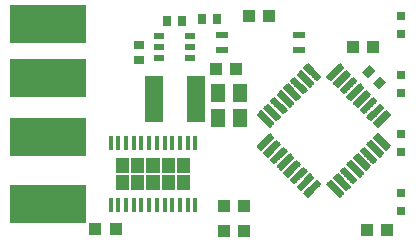
<source format=gbr>
G04 EAGLE Gerber RS-274X export*
G75*
%MOMM*%
%FSLAX34Y34*%
%LPD*%
%INSolderpaste Top*%
%IPPOS*%
%AMOC8*
5,1,8,0,0,1.08239X$1,22.5*%
G01*
%ADD10R,1.000000X0.500000*%
%ADD11C,0.137500*%
%ADD12R,1.498600X3.987800*%
%ADD13R,0.304800X1.254900*%
%ADD14R,0.896100X0.517200*%
%ADD15R,1.000000X1.100000*%
%ADD16R,0.800000X0.800000*%
%ADD17R,0.900000X0.700000*%
%ADD18R,0.700000X0.900000*%
%ADD19R,6.451600X3.251200*%
%ADD20R,1.100000X1.000000*%
%ADD21R,1.300000X1.500000*%

G36*
X171214Y64375D02*
X171214Y64375D01*
X171216Y64374D01*
X171259Y64394D01*
X171303Y64412D01*
X171303Y64414D01*
X171305Y64415D01*
X171338Y64500D01*
X171338Y76851D01*
X171337Y76853D01*
X171338Y76855D01*
X171318Y76898D01*
X171300Y76942D01*
X171298Y76942D01*
X171297Y76944D01*
X171212Y76977D01*
X160207Y76977D01*
X160205Y76976D01*
X160203Y76977D01*
X160160Y76957D01*
X160117Y76939D01*
X160116Y76937D01*
X160114Y76936D01*
X160081Y76851D01*
X160081Y64500D01*
X160082Y64498D01*
X160081Y64496D01*
X160101Y64453D01*
X160119Y64409D01*
X160121Y64409D01*
X160122Y64407D01*
X160207Y64374D01*
X171212Y64374D01*
X171214Y64375D01*
G37*
G36*
X145204Y64375D02*
X145204Y64375D01*
X145206Y64374D01*
X145249Y64394D01*
X145293Y64412D01*
X145294Y64414D01*
X145296Y64415D01*
X145329Y64500D01*
X145329Y76851D01*
X145328Y76853D01*
X145329Y76855D01*
X145309Y76898D01*
X145290Y76942D01*
X145288Y76942D01*
X145287Y76944D01*
X145202Y76977D01*
X134198Y76977D01*
X134196Y76976D01*
X134194Y76977D01*
X134151Y76957D01*
X134107Y76939D01*
X134106Y76937D01*
X134104Y76936D01*
X134071Y76851D01*
X134071Y64500D01*
X134072Y64498D01*
X134071Y64496D01*
X134091Y64453D01*
X134110Y64409D01*
X134112Y64409D01*
X134113Y64407D01*
X134198Y64374D01*
X145202Y64374D01*
X145204Y64375D01*
G37*
G36*
X119195Y64375D02*
X119195Y64375D01*
X119197Y64374D01*
X119240Y64394D01*
X119284Y64412D01*
X119284Y64414D01*
X119286Y64415D01*
X119319Y64500D01*
X119319Y76851D01*
X119318Y76853D01*
X119319Y76855D01*
X119299Y76898D01*
X119281Y76942D01*
X119279Y76942D01*
X119278Y76944D01*
X119193Y76977D01*
X108188Y76977D01*
X108186Y76976D01*
X108184Y76977D01*
X108141Y76957D01*
X108097Y76939D01*
X108097Y76937D01*
X108095Y76936D01*
X108062Y76851D01*
X108062Y64500D01*
X108063Y64498D01*
X108062Y64496D01*
X108082Y64453D01*
X108100Y64409D01*
X108102Y64409D01*
X108103Y64407D01*
X108188Y64374D01*
X119193Y64374D01*
X119195Y64375D01*
G37*
G36*
X171214Y50024D02*
X171214Y50024D01*
X171216Y50023D01*
X171259Y50043D01*
X171303Y50061D01*
X171303Y50063D01*
X171305Y50064D01*
X171338Y50149D01*
X171338Y62500D01*
X171337Y62502D01*
X171338Y62504D01*
X171318Y62547D01*
X171300Y62591D01*
X171298Y62591D01*
X171297Y62593D01*
X171212Y62626D01*
X160207Y62626D01*
X160205Y62625D01*
X160203Y62626D01*
X160160Y62606D01*
X160117Y62588D01*
X160116Y62586D01*
X160114Y62585D01*
X160081Y62500D01*
X160081Y50149D01*
X160082Y50147D01*
X160081Y50145D01*
X160101Y50102D01*
X160119Y50058D01*
X160121Y50058D01*
X160122Y50056D01*
X160207Y50023D01*
X171212Y50023D01*
X171214Y50024D01*
G37*
G36*
X145204Y50024D02*
X145204Y50024D01*
X145206Y50023D01*
X145249Y50043D01*
X145293Y50061D01*
X145294Y50063D01*
X145296Y50064D01*
X145329Y50149D01*
X145329Y62500D01*
X145328Y62502D01*
X145329Y62504D01*
X145309Y62547D01*
X145290Y62591D01*
X145288Y62591D01*
X145287Y62593D01*
X145202Y62626D01*
X134198Y62626D01*
X134196Y62625D01*
X134194Y62626D01*
X134151Y62606D01*
X134107Y62588D01*
X134106Y62586D01*
X134104Y62585D01*
X134071Y62500D01*
X134071Y50149D01*
X134072Y50147D01*
X134071Y50145D01*
X134091Y50102D01*
X134110Y50058D01*
X134112Y50058D01*
X134113Y50056D01*
X134198Y50023D01*
X145202Y50023D01*
X145204Y50024D01*
G37*
G36*
X119195Y50024D02*
X119195Y50024D01*
X119197Y50023D01*
X119240Y50043D01*
X119284Y50061D01*
X119284Y50063D01*
X119286Y50064D01*
X119319Y50149D01*
X119319Y62500D01*
X119318Y62502D01*
X119319Y62504D01*
X119299Y62547D01*
X119281Y62591D01*
X119279Y62591D01*
X119278Y62593D01*
X119193Y62626D01*
X108188Y62626D01*
X108186Y62625D01*
X108184Y62626D01*
X108141Y62606D01*
X108097Y62588D01*
X108097Y62586D01*
X108095Y62585D01*
X108062Y62500D01*
X108062Y50149D01*
X108063Y50147D01*
X108062Y50145D01*
X108082Y50102D01*
X108100Y50058D01*
X108102Y50058D01*
X108103Y50056D01*
X108188Y50023D01*
X119193Y50023D01*
X119195Y50024D01*
G37*
G36*
X158209Y64375D02*
X158209Y64375D01*
X158211Y64374D01*
X158254Y64394D01*
X158298Y64412D01*
X158299Y64414D01*
X158301Y64415D01*
X158333Y64500D01*
X158333Y76851D01*
X158333Y76853D01*
X158333Y76855D01*
X158314Y76898D01*
X158295Y76942D01*
X158293Y76942D01*
X158292Y76944D01*
X158207Y76977D01*
X147202Y76977D01*
X147200Y76976D01*
X147198Y76977D01*
X147155Y76957D01*
X147112Y76939D01*
X147111Y76937D01*
X147109Y76936D01*
X147076Y76851D01*
X147076Y64500D01*
X147077Y64498D01*
X147076Y64496D01*
X147096Y64453D01*
X147115Y64409D01*
X147117Y64409D01*
X147118Y64407D01*
X147202Y64374D01*
X158207Y64374D01*
X158209Y64375D01*
G37*
G36*
X132200Y64375D02*
X132200Y64375D01*
X132202Y64374D01*
X132245Y64394D01*
X132288Y64412D01*
X132289Y64414D01*
X132291Y64415D01*
X132324Y64500D01*
X132324Y76851D01*
X132323Y76853D01*
X132324Y76855D01*
X132304Y76898D01*
X132285Y76942D01*
X132283Y76942D01*
X132283Y76944D01*
X132198Y76977D01*
X121193Y76977D01*
X121191Y76976D01*
X121189Y76977D01*
X121146Y76957D01*
X121102Y76939D01*
X121101Y76937D01*
X121099Y76936D01*
X121067Y76851D01*
X121067Y64500D01*
X121067Y64498D01*
X121067Y64496D01*
X121087Y64453D01*
X121105Y64409D01*
X121107Y64409D01*
X121108Y64407D01*
X121193Y64374D01*
X132198Y64374D01*
X132200Y64375D01*
G37*
G36*
X158209Y50024D02*
X158209Y50024D01*
X158211Y50023D01*
X158254Y50043D01*
X158298Y50061D01*
X158299Y50063D01*
X158301Y50064D01*
X158333Y50149D01*
X158333Y62500D01*
X158333Y62502D01*
X158333Y62504D01*
X158314Y62547D01*
X158295Y62591D01*
X158293Y62591D01*
X158292Y62593D01*
X158207Y62626D01*
X147202Y62626D01*
X147200Y62625D01*
X147198Y62626D01*
X147155Y62606D01*
X147112Y62588D01*
X147111Y62586D01*
X147109Y62585D01*
X147076Y62500D01*
X147076Y50149D01*
X147077Y50147D01*
X147076Y50145D01*
X147096Y50102D01*
X147115Y50058D01*
X147117Y50058D01*
X147118Y50056D01*
X147202Y50023D01*
X158207Y50023D01*
X158209Y50024D01*
G37*
G36*
X132200Y50024D02*
X132200Y50024D01*
X132202Y50023D01*
X132245Y50043D01*
X132288Y50061D01*
X132289Y50063D01*
X132291Y50064D01*
X132324Y50149D01*
X132324Y62500D01*
X132323Y62502D01*
X132324Y62504D01*
X132304Y62547D01*
X132285Y62591D01*
X132283Y62591D01*
X132283Y62593D01*
X132198Y62626D01*
X121193Y62626D01*
X121191Y62625D01*
X121189Y62626D01*
X121146Y62606D01*
X121102Y62588D01*
X121101Y62586D01*
X121099Y62585D01*
X121067Y62500D01*
X121067Y50149D01*
X121067Y50147D01*
X121067Y50145D01*
X121087Y50102D01*
X121105Y50058D01*
X121107Y50058D01*
X121108Y50056D01*
X121193Y50023D01*
X132198Y50023D01*
X132200Y50024D01*
G37*
D10*
X263000Y168850D03*
X263000Y181550D03*
X198200Y181550D03*
X198200Y168850D03*
D11*
X241473Y94554D02*
X231132Y84213D01*
X228215Y87130D01*
X238556Y97471D01*
X241473Y94554D01*
X232438Y85519D02*
X229826Y85519D01*
X228520Y86825D02*
X233744Y86825D01*
X235050Y88131D02*
X229216Y88131D01*
X230522Y89437D02*
X236356Y89437D01*
X237662Y90743D02*
X231828Y90743D01*
X233134Y92049D02*
X238968Y92049D01*
X240274Y93355D02*
X234440Y93355D01*
X235746Y94661D02*
X241366Y94661D01*
X240060Y95967D02*
X237052Y95967D01*
X238358Y97273D02*
X238754Y97273D01*
X247130Y88897D02*
X236789Y78556D01*
X233872Y81473D01*
X244213Y91814D01*
X247130Y88897D01*
X238095Y79862D02*
X235483Y79862D01*
X234177Y81168D02*
X239401Y81168D01*
X240707Y82474D02*
X234873Y82474D01*
X236179Y83780D02*
X242013Y83780D01*
X243319Y85086D02*
X237485Y85086D01*
X238791Y86392D02*
X244625Y86392D01*
X245931Y87698D02*
X240097Y87698D01*
X241403Y89004D02*
X247023Y89004D01*
X245717Y90310D02*
X242709Y90310D01*
X244015Y91616D02*
X244411Y91616D01*
X252787Y83240D02*
X242446Y72899D01*
X239529Y75816D01*
X249870Y86157D01*
X252787Y83240D01*
X243752Y74205D02*
X241140Y74205D01*
X239834Y75511D02*
X245058Y75511D01*
X246364Y76817D02*
X240530Y76817D01*
X241836Y78123D02*
X247670Y78123D01*
X248976Y79429D02*
X243142Y79429D01*
X244448Y80735D02*
X250282Y80735D01*
X251588Y82041D02*
X245754Y82041D01*
X247060Y83347D02*
X252680Y83347D01*
X251374Y84653D02*
X248366Y84653D01*
X249672Y85959D02*
X250068Y85959D01*
X258444Y77583D02*
X248103Y67242D01*
X245186Y70159D01*
X255527Y80500D01*
X258444Y77583D01*
X249409Y68548D02*
X246797Y68548D01*
X245491Y69854D02*
X250715Y69854D01*
X252021Y71160D02*
X246187Y71160D01*
X247493Y72466D02*
X253327Y72466D01*
X254633Y73772D02*
X248799Y73772D01*
X250105Y75078D02*
X255939Y75078D01*
X257245Y76384D02*
X251411Y76384D01*
X252717Y77690D02*
X258337Y77690D01*
X257031Y78996D02*
X254023Y78996D01*
X255329Y80302D02*
X255725Y80302D01*
X264100Y71927D02*
X253759Y61586D01*
X250842Y64503D01*
X261183Y74844D01*
X264100Y71927D01*
X255065Y62892D02*
X252453Y62892D01*
X251147Y64198D02*
X256371Y64198D01*
X257677Y65504D02*
X251843Y65504D01*
X253149Y66810D02*
X258983Y66810D01*
X260289Y68116D02*
X254455Y68116D01*
X255761Y69422D02*
X261595Y69422D01*
X262901Y70728D02*
X257067Y70728D01*
X258373Y72034D02*
X263993Y72034D01*
X262687Y73340D02*
X259679Y73340D01*
X260985Y74646D02*
X261381Y74646D01*
X269757Y66270D02*
X259416Y55929D01*
X256499Y58846D01*
X266840Y69187D01*
X269757Y66270D01*
X260722Y57235D02*
X258110Y57235D01*
X256804Y58541D02*
X262028Y58541D01*
X263334Y59847D02*
X257500Y59847D01*
X258806Y61153D02*
X264640Y61153D01*
X265946Y62459D02*
X260112Y62459D01*
X261418Y63765D02*
X267252Y63765D01*
X268558Y65071D02*
X262724Y65071D01*
X264030Y66377D02*
X269650Y66377D01*
X268344Y67683D02*
X265336Y67683D01*
X266642Y68989D02*
X267038Y68989D01*
X275414Y60613D02*
X265073Y50272D01*
X262156Y53189D01*
X272497Y63530D01*
X275414Y60613D01*
X266379Y51578D02*
X263767Y51578D01*
X262461Y52884D02*
X267685Y52884D01*
X268991Y54190D02*
X263157Y54190D01*
X264463Y55496D02*
X270297Y55496D01*
X271603Y56802D02*
X265769Y56802D01*
X267075Y58108D02*
X272909Y58108D01*
X274215Y59414D02*
X268381Y59414D01*
X269687Y60720D02*
X275307Y60720D01*
X274001Y62026D02*
X270993Y62026D01*
X272299Y63332D02*
X272695Y63332D01*
X281071Y54956D02*
X270730Y44615D01*
X267813Y47532D01*
X278154Y57873D01*
X281071Y54956D01*
X272036Y45921D02*
X269424Y45921D01*
X268118Y47227D02*
X273342Y47227D01*
X274648Y48533D02*
X268814Y48533D01*
X270120Y49839D02*
X275954Y49839D01*
X277260Y51145D02*
X271426Y51145D01*
X272732Y52451D02*
X278566Y52451D01*
X279872Y53757D02*
X274038Y53757D01*
X275344Y55063D02*
X280964Y55063D01*
X279658Y56369D02*
X276650Y56369D01*
X277956Y57675D02*
X278352Y57675D01*
X329844Y103729D02*
X340185Y114070D01*
X329844Y103729D02*
X326927Y106646D01*
X337268Y116987D01*
X340185Y114070D01*
X331150Y105035D02*
X328538Y105035D01*
X327232Y106341D02*
X332456Y106341D01*
X333762Y107647D02*
X327928Y107647D01*
X329234Y108953D02*
X335068Y108953D01*
X336374Y110259D02*
X330540Y110259D01*
X331846Y111565D02*
X337680Y111565D01*
X338986Y112871D02*
X333152Y112871D01*
X334458Y114177D02*
X340078Y114177D01*
X338772Y115483D02*
X335764Y115483D01*
X337070Y116789D02*
X337466Y116789D01*
X334528Y119727D02*
X324187Y109386D01*
X321270Y112303D01*
X331611Y122644D01*
X334528Y119727D01*
X325493Y110692D02*
X322881Y110692D01*
X321575Y111998D02*
X326799Y111998D01*
X328105Y113304D02*
X322271Y113304D01*
X323577Y114610D02*
X329411Y114610D01*
X330717Y115916D02*
X324883Y115916D01*
X326189Y117222D02*
X332023Y117222D01*
X333329Y118528D02*
X327495Y118528D01*
X328801Y119834D02*
X334421Y119834D01*
X333115Y121140D02*
X330107Y121140D01*
X331413Y122446D02*
X331809Y122446D01*
X328871Y125384D02*
X318530Y115043D01*
X315613Y117960D01*
X325954Y128301D01*
X328871Y125384D01*
X319836Y116349D02*
X317224Y116349D01*
X315918Y117655D02*
X321142Y117655D01*
X322448Y118961D02*
X316614Y118961D01*
X317920Y120267D02*
X323754Y120267D01*
X325060Y121573D02*
X319226Y121573D01*
X320532Y122879D02*
X326366Y122879D01*
X327672Y124185D02*
X321838Y124185D01*
X323144Y125491D02*
X328764Y125491D01*
X327458Y126797D02*
X324450Y126797D01*
X325756Y128103D02*
X326152Y128103D01*
X323214Y131041D02*
X312873Y120700D01*
X309956Y123617D01*
X320297Y133958D01*
X323214Y131041D01*
X314179Y122006D02*
X311567Y122006D01*
X310261Y123312D02*
X315485Y123312D01*
X316791Y124618D02*
X310957Y124618D01*
X312263Y125924D02*
X318097Y125924D01*
X319403Y127230D02*
X313569Y127230D01*
X314875Y128536D02*
X320709Y128536D01*
X322015Y129842D02*
X316181Y129842D01*
X317487Y131148D02*
X323107Y131148D01*
X321801Y132454D02*
X318793Y132454D01*
X320099Y133760D02*
X320495Y133760D01*
X317558Y136697D02*
X307217Y126356D01*
X304300Y129273D01*
X314641Y139614D01*
X317558Y136697D01*
X308523Y127662D02*
X305911Y127662D01*
X304605Y128968D02*
X309829Y128968D01*
X311135Y130274D02*
X305301Y130274D01*
X306607Y131580D02*
X312441Y131580D01*
X313747Y132886D02*
X307913Y132886D01*
X309219Y134192D02*
X315053Y134192D01*
X316359Y135498D02*
X310525Y135498D01*
X311831Y136804D02*
X317451Y136804D01*
X316145Y138110D02*
X313137Y138110D01*
X314443Y139416D02*
X314839Y139416D01*
X311901Y142354D02*
X301560Y132013D01*
X298643Y134930D01*
X308984Y145271D01*
X311901Y142354D01*
X302866Y133319D02*
X300254Y133319D01*
X298948Y134625D02*
X304172Y134625D01*
X305478Y135931D02*
X299644Y135931D01*
X300950Y137237D02*
X306784Y137237D01*
X308090Y138543D02*
X302256Y138543D01*
X303562Y139849D02*
X309396Y139849D01*
X310702Y141155D02*
X304868Y141155D01*
X306174Y142461D02*
X311794Y142461D01*
X310488Y143767D02*
X307480Y143767D01*
X308786Y145073D02*
X309182Y145073D01*
X306244Y148011D02*
X295903Y137670D01*
X292986Y140587D01*
X303327Y150928D01*
X306244Y148011D01*
X297209Y138976D02*
X294597Y138976D01*
X293291Y140282D02*
X298515Y140282D01*
X299821Y141588D02*
X293987Y141588D01*
X295293Y142894D02*
X301127Y142894D01*
X302433Y144200D02*
X296599Y144200D01*
X297905Y145506D02*
X303739Y145506D01*
X305045Y146812D02*
X299211Y146812D01*
X300517Y148118D02*
X306137Y148118D01*
X304831Y149424D02*
X301823Y149424D01*
X303129Y150730D02*
X303525Y150730D01*
X300587Y153668D02*
X290246Y143327D01*
X287329Y146244D01*
X297670Y156585D01*
X300587Y153668D01*
X291552Y144633D02*
X288940Y144633D01*
X287634Y145939D02*
X292858Y145939D01*
X294164Y147245D02*
X288330Y147245D01*
X289636Y148551D02*
X295470Y148551D01*
X296776Y149857D02*
X290942Y149857D01*
X292248Y151163D02*
X298082Y151163D01*
X299388Y152469D02*
X293554Y152469D01*
X294860Y153775D02*
X300480Y153775D01*
X299174Y155081D02*
X296166Y155081D01*
X297472Y156387D02*
X297868Y156387D01*
X278154Y143327D02*
X267813Y153668D01*
X270730Y156585D01*
X281071Y146244D01*
X278154Y143327D01*
X279460Y144633D02*
X276848Y144633D01*
X275542Y145939D02*
X280766Y145939D01*
X280070Y147245D02*
X274236Y147245D01*
X272930Y148551D02*
X278764Y148551D01*
X277458Y149857D02*
X271624Y149857D01*
X270318Y151163D02*
X276152Y151163D01*
X274846Y152469D02*
X269012Y152469D01*
X267920Y153775D02*
X273540Y153775D01*
X272234Y155081D02*
X269226Y155081D01*
X270532Y156387D02*
X270928Y156387D01*
X262156Y148011D02*
X272497Y137670D01*
X262156Y148011D02*
X265073Y150928D01*
X275414Y140587D01*
X272497Y137670D01*
X273803Y138976D02*
X271191Y138976D01*
X269885Y140282D02*
X275109Y140282D01*
X274413Y141588D02*
X268579Y141588D01*
X267273Y142894D02*
X273107Y142894D01*
X271801Y144200D02*
X265967Y144200D01*
X264661Y145506D02*
X270495Y145506D01*
X269189Y146812D02*
X263355Y146812D01*
X262263Y148118D02*
X267883Y148118D01*
X266577Y149424D02*
X263569Y149424D01*
X264875Y150730D02*
X265271Y150730D01*
X256499Y142354D02*
X266840Y132013D01*
X256499Y142354D02*
X259416Y145271D01*
X269757Y134930D01*
X266840Y132013D01*
X268146Y133319D02*
X265534Y133319D01*
X264228Y134625D02*
X269452Y134625D01*
X268756Y135931D02*
X262922Y135931D01*
X261616Y137237D02*
X267450Y137237D01*
X266144Y138543D02*
X260310Y138543D01*
X259004Y139849D02*
X264838Y139849D01*
X263532Y141155D02*
X257698Y141155D01*
X256606Y142461D02*
X262226Y142461D01*
X260920Y143767D02*
X257912Y143767D01*
X259218Y145073D02*
X259614Y145073D01*
X250842Y136697D02*
X261183Y126356D01*
X250842Y136697D02*
X253759Y139614D01*
X264100Y129273D01*
X261183Y126356D01*
X262489Y127662D02*
X259877Y127662D01*
X258571Y128968D02*
X263795Y128968D01*
X263099Y130274D02*
X257265Y130274D01*
X255959Y131580D02*
X261793Y131580D01*
X260487Y132886D02*
X254653Y132886D01*
X253347Y134192D02*
X259181Y134192D01*
X257875Y135498D02*
X252041Y135498D01*
X250949Y136804D02*
X256569Y136804D01*
X255263Y138110D02*
X252255Y138110D01*
X253561Y139416D02*
X253957Y139416D01*
X245186Y131041D02*
X255527Y120700D01*
X245186Y131041D02*
X248103Y133958D01*
X258444Y123617D01*
X255527Y120700D01*
X256833Y122006D02*
X254221Y122006D01*
X252915Y123312D02*
X258139Y123312D01*
X257443Y124618D02*
X251609Y124618D01*
X250303Y125924D02*
X256137Y125924D01*
X254831Y127230D02*
X248997Y127230D01*
X247691Y128536D02*
X253525Y128536D01*
X252219Y129842D02*
X246385Y129842D01*
X245293Y131148D02*
X250913Y131148D01*
X249607Y132454D02*
X246599Y132454D01*
X247905Y133760D02*
X248301Y133760D01*
X239529Y125384D02*
X249870Y115043D01*
X239529Y125384D02*
X242446Y128301D01*
X252787Y117960D01*
X249870Y115043D01*
X251176Y116349D02*
X248564Y116349D01*
X247258Y117655D02*
X252482Y117655D01*
X251786Y118961D02*
X245952Y118961D01*
X244646Y120267D02*
X250480Y120267D01*
X249174Y121573D02*
X243340Y121573D01*
X242034Y122879D02*
X247868Y122879D01*
X246562Y124185D02*
X240728Y124185D01*
X239636Y125491D02*
X245256Y125491D01*
X243950Y126797D02*
X240942Y126797D01*
X242248Y128103D02*
X242644Y128103D01*
X233872Y119727D02*
X244213Y109386D01*
X233872Y119727D02*
X236789Y122644D01*
X247130Y112303D01*
X244213Y109386D01*
X245519Y110692D02*
X242907Y110692D01*
X241601Y111998D02*
X246825Y111998D01*
X246129Y113304D02*
X240295Y113304D01*
X238989Y114610D02*
X244823Y114610D01*
X243517Y115916D02*
X237683Y115916D01*
X236377Y117222D02*
X242211Y117222D01*
X240905Y118528D02*
X235071Y118528D01*
X233979Y119834D02*
X239599Y119834D01*
X238293Y121140D02*
X235285Y121140D01*
X236591Y122446D02*
X236987Y122446D01*
X228215Y114070D02*
X238556Y103729D01*
X228215Y114070D02*
X231132Y116987D01*
X241473Y106646D01*
X238556Y103729D01*
X239862Y105035D02*
X237250Y105035D01*
X235944Y106341D02*
X241168Y106341D01*
X240472Y107647D02*
X234638Y107647D01*
X233332Y108953D02*
X239166Y108953D01*
X237860Y110259D02*
X232026Y110259D01*
X230720Y111565D02*
X236554Y111565D01*
X235248Y112871D02*
X229414Y112871D01*
X228322Y114177D02*
X233942Y114177D01*
X232636Y115483D02*
X229628Y115483D01*
X230934Y116789D02*
X231330Y116789D01*
X287329Y54956D02*
X297670Y44615D01*
X287329Y54956D02*
X290246Y57873D01*
X300587Y47532D01*
X297670Y44615D01*
X298976Y45921D02*
X296364Y45921D01*
X295058Y47227D02*
X300282Y47227D01*
X299586Y48533D02*
X293752Y48533D01*
X292446Y49839D02*
X298280Y49839D01*
X296974Y51145D02*
X291140Y51145D01*
X289834Y52451D02*
X295668Y52451D01*
X294362Y53757D02*
X288528Y53757D01*
X287436Y55063D02*
X293056Y55063D01*
X291750Y56369D02*
X288742Y56369D01*
X290048Y57675D02*
X290444Y57675D01*
X292986Y60613D02*
X303327Y50272D01*
X292986Y60613D02*
X295903Y63530D01*
X306244Y53189D01*
X303327Y50272D01*
X304633Y51578D02*
X302021Y51578D01*
X300715Y52884D02*
X305939Y52884D01*
X305243Y54190D02*
X299409Y54190D01*
X298103Y55496D02*
X303937Y55496D01*
X302631Y56802D02*
X296797Y56802D01*
X295491Y58108D02*
X301325Y58108D01*
X300019Y59414D02*
X294185Y59414D01*
X293093Y60720D02*
X298713Y60720D01*
X297407Y62026D02*
X294399Y62026D01*
X295705Y63332D02*
X296101Y63332D01*
X298643Y66270D02*
X308984Y55929D01*
X298643Y66270D02*
X301560Y69187D01*
X311901Y58846D01*
X308984Y55929D01*
X310290Y57235D02*
X307678Y57235D01*
X306372Y58541D02*
X311596Y58541D01*
X310900Y59847D02*
X305066Y59847D01*
X303760Y61153D02*
X309594Y61153D01*
X308288Y62459D02*
X302454Y62459D01*
X301148Y63765D02*
X306982Y63765D01*
X305676Y65071D02*
X299842Y65071D01*
X298750Y66377D02*
X304370Y66377D01*
X303064Y67683D02*
X300056Y67683D01*
X301362Y68989D02*
X301758Y68989D01*
X304300Y71927D02*
X314641Y61586D01*
X304300Y71927D02*
X307217Y74844D01*
X317558Y64503D01*
X314641Y61586D01*
X315947Y62892D02*
X313335Y62892D01*
X312029Y64198D02*
X317253Y64198D01*
X316557Y65504D02*
X310723Y65504D01*
X309417Y66810D02*
X315251Y66810D01*
X313945Y68116D02*
X308111Y68116D01*
X306805Y69422D02*
X312639Y69422D01*
X311333Y70728D02*
X305499Y70728D01*
X304407Y72034D02*
X310027Y72034D01*
X308721Y73340D02*
X305713Y73340D01*
X307019Y74646D02*
X307415Y74646D01*
X309956Y77583D02*
X320297Y67242D01*
X309956Y77583D02*
X312873Y80500D01*
X323214Y70159D01*
X320297Y67242D01*
X321603Y68548D02*
X318991Y68548D01*
X317685Y69854D02*
X322909Y69854D01*
X322213Y71160D02*
X316379Y71160D01*
X315073Y72466D02*
X320907Y72466D01*
X319601Y73772D02*
X313767Y73772D01*
X312461Y75078D02*
X318295Y75078D01*
X316989Y76384D02*
X311155Y76384D01*
X310063Y77690D02*
X315683Y77690D01*
X314377Y78996D02*
X311369Y78996D01*
X312675Y80302D02*
X313071Y80302D01*
X315613Y83240D02*
X325954Y72899D01*
X315613Y83240D02*
X318530Y86157D01*
X328871Y75816D01*
X325954Y72899D01*
X327260Y74205D02*
X324648Y74205D01*
X323342Y75511D02*
X328566Y75511D01*
X327870Y76817D02*
X322036Y76817D01*
X320730Y78123D02*
X326564Y78123D01*
X325258Y79429D02*
X319424Y79429D01*
X318118Y80735D02*
X323952Y80735D01*
X322646Y82041D02*
X316812Y82041D01*
X315720Y83347D02*
X321340Y83347D01*
X320034Y84653D02*
X317026Y84653D01*
X318332Y85959D02*
X318728Y85959D01*
X321270Y88897D02*
X331611Y78556D01*
X321270Y88897D02*
X324187Y91814D01*
X334528Y81473D01*
X331611Y78556D01*
X332917Y79862D02*
X330305Y79862D01*
X328999Y81168D02*
X334223Y81168D01*
X333527Y82474D02*
X327693Y82474D01*
X326387Y83780D02*
X332221Y83780D01*
X330915Y85086D02*
X325081Y85086D01*
X323775Y86392D02*
X329609Y86392D01*
X328303Y87698D02*
X322469Y87698D01*
X321377Y89004D02*
X326997Y89004D01*
X325691Y90310D02*
X322683Y90310D01*
X323989Y91616D02*
X324385Y91616D01*
X326927Y94554D02*
X337268Y84213D01*
X326927Y94554D02*
X329844Y97471D01*
X340185Y87130D01*
X337268Y84213D01*
X338574Y85519D02*
X335962Y85519D01*
X334656Y86825D02*
X339880Y86825D01*
X339184Y88131D02*
X333350Y88131D01*
X332044Y89437D02*
X337878Y89437D01*
X336572Y90743D02*
X330738Y90743D01*
X329432Y92049D02*
X335266Y92049D01*
X333960Y93355D02*
X328126Y93355D01*
X327034Y94661D02*
X332654Y94661D01*
X331348Y95967D02*
X328340Y95967D01*
X329646Y97273D02*
X330042Y97273D01*
D12*
X176400Y127700D03*
X140400Y127700D03*
D13*
X103950Y37287D03*
X110450Y37287D03*
X116950Y37287D03*
X123450Y37287D03*
X129950Y37287D03*
X136450Y37287D03*
X142950Y37287D03*
X149450Y37287D03*
X155950Y37287D03*
X162450Y37287D03*
X168950Y37287D03*
X175450Y37287D03*
X175450Y89714D03*
X168950Y89714D03*
X162450Y89714D03*
X155950Y89714D03*
X149450Y89714D03*
X142950Y89714D03*
X136450Y89714D03*
X129950Y89714D03*
X123450Y89714D03*
X116950Y89714D03*
X110450Y89714D03*
X103950Y89714D03*
D14*
X171090Y162000D03*
X171090Y171500D03*
X171090Y181000D03*
X145111Y181000D03*
X145111Y171500D03*
X145111Y162000D03*
D15*
X209900Y153000D03*
X192900Y153000D03*
X320500Y16400D03*
X337500Y16400D03*
X221100Y197800D03*
X238100Y197800D03*
D16*
X350000Y197500D03*
X350000Y182500D03*
X350000Y147500D03*
X350000Y132500D03*
X350000Y97500D03*
X350000Y82500D03*
X350000Y47500D03*
X350000Y32500D03*
D17*
X128000Y173000D03*
X128000Y160000D03*
D15*
X325700Y171200D03*
X308700Y171200D03*
D18*
X181100Y195400D03*
X194100Y195400D03*
D15*
X199400Y15800D03*
X216400Y15800D03*
X199400Y36500D03*
X216400Y36500D03*
D19*
X50800Y38100D03*
X50800Y94900D03*
X50800Y190500D03*
X50800Y144700D03*
D18*
X151500Y193000D03*
X164500Y193000D03*
D20*
X108000Y17000D03*
X91000Y17000D03*
D21*
X194500Y132000D03*
X213500Y132000D03*
X194500Y111000D03*
X213500Y111000D03*
D18*
G36*
X321697Y144940D02*
X316748Y149889D01*
X323111Y156252D01*
X328060Y151303D01*
X321697Y144940D01*
G37*
G36*
X330889Y135748D02*
X325940Y140697D01*
X332303Y147060D01*
X337252Y142111D01*
X330889Y135748D01*
G37*
M02*

</source>
